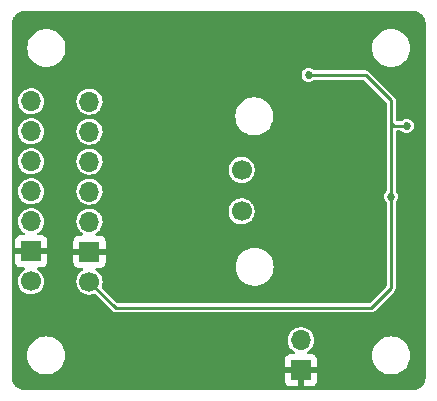
<source format=gbl>
G04 #@! TF.GenerationSoftware,KiCad,Pcbnew,(6.0.0-0)*
G04 #@! TF.CreationDate,2023-05-30T22:12:00-07:00*
G04 #@! TF.ProjectId,breakout,62726561-6b6f-4757-942e-6b696361645f,0.2.0*
G04 #@! TF.SameCoordinates,Original*
G04 #@! TF.FileFunction,Copper,L2,Bot*
G04 #@! TF.FilePolarity,Positive*
%FSLAX46Y46*%
G04 Gerber Fmt 4.6, Leading zero omitted, Abs format (unit mm)*
G04 Created by KiCad (PCBNEW (6.0.0-0)) date 2023-05-30 22:12:00*
%MOMM*%
%LPD*%
G01*
G04 APERTURE LIST*
G04 #@! TA.AperFunction,ComponentPad*
%ADD10C,1.700000*%
G04 #@! TD*
G04 #@! TA.AperFunction,ComponentPad*
%ADD11R,1.700000X1.700000*%
G04 #@! TD*
G04 #@! TA.AperFunction,ComponentPad*
%ADD12O,1.700000X1.700000*%
G04 #@! TD*
G04 #@! TA.AperFunction,ViaPad*
%ADD13C,0.685800*%
G04 #@! TD*
G04 #@! TA.AperFunction,Conductor*
%ADD14C,0.254000*%
G04 #@! TD*
G04 APERTURE END LIST*
D10*
X159425400Y-103041200D03*
X159425400Y-106541200D03*
D11*
X164440000Y-119995000D03*
D12*
X164440000Y-117455000D03*
D10*
X146545400Y-112491200D03*
D11*
X146545400Y-109951200D03*
D12*
X146545400Y-107411200D03*
X146545400Y-104871200D03*
X146545400Y-102331200D03*
X146545400Y-99791200D03*
X146545400Y-97251200D03*
D10*
X141605400Y-112471200D03*
D11*
X141605400Y-109931200D03*
D12*
X141605400Y-107391200D03*
X141605400Y-104851200D03*
X141605400Y-102311200D03*
X141605400Y-99771200D03*
X141605400Y-97231200D03*
D13*
X159400000Y-108600000D03*
X168500000Y-98300000D03*
X168275000Y-90805000D03*
X146685000Y-90805000D03*
X159400000Y-101200000D03*
X168275000Y-118745000D03*
X157480000Y-93980000D03*
X146685000Y-118745000D03*
X173400000Y-99300000D03*
X172100000Y-105300000D03*
X165100000Y-95000000D03*
D14*
X172300000Y-99300000D02*
X172085000Y-99085000D01*
X148754200Y-114700000D02*
X146545400Y-112491200D01*
X172085000Y-113030000D02*
X170415000Y-114700000D01*
X170415000Y-114700000D02*
X148754200Y-114700000D01*
X173400000Y-99300000D02*
X172300000Y-99300000D01*
X165100000Y-95000000D02*
X169930000Y-95000000D01*
X172085000Y-97155000D02*
X172085000Y-99085000D01*
X172085000Y-99085000D02*
X172085000Y-113030000D01*
X169930000Y-95000000D02*
X172085000Y-97155000D01*
G04 #@! TA.AperFunction,Conductor*
G36*
X173977153Y-89604595D02*
G01*
X173990000Y-89607150D01*
X174002172Y-89604729D01*
X174013699Y-89604729D01*
X174024681Y-89605208D01*
X174155449Y-89616649D01*
X174177070Y-89620461D01*
X174326848Y-89660594D01*
X174347484Y-89668105D01*
X174488010Y-89733634D01*
X174507030Y-89744616D01*
X174634046Y-89833553D01*
X174650871Y-89847671D01*
X174760503Y-89957303D01*
X174774621Y-89974128D01*
X174863558Y-90101144D01*
X174874540Y-90120164D01*
X174940069Y-90260690D01*
X174947580Y-90281326D01*
X174987713Y-90431104D01*
X174991526Y-90452728D01*
X175002966Y-90583494D01*
X175003445Y-90594475D01*
X175003445Y-90606002D01*
X175001024Y-90618174D01*
X175003445Y-90630344D01*
X175003579Y-90631018D01*
X175006000Y-90655599D01*
X175006000Y-120612574D01*
X175003579Y-120637152D01*
X175001024Y-120649999D01*
X175003445Y-120662171D01*
X175003445Y-120673698D01*
X175002966Y-120684679D01*
X174991526Y-120815445D01*
X174987713Y-120837069D01*
X174958163Y-120947352D01*
X174947581Y-120986845D01*
X174940069Y-121007483D01*
X174874540Y-121148009D01*
X174863558Y-121167029D01*
X174774621Y-121294045D01*
X174760503Y-121310870D01*
X174650871Y-121420502D01*
X174634046Y-121434620D01*
X174507030Y-121523557D01*
X174488010Y-121534539D01*
X174347484Y-121600068D01*
X174326848Y-121607579D01*
X174177070Y-121647712D01*
X174155449Y-121651524D01*
X174046878Y-121661023D01*
X174024680Y-121662965D01*
X174013699Y-121663444D01*
X174002172Y-121663444D01*
X173990000Y-121661023D01*
X173977153Y-121663578D01*
X173952575Y-121665999D01*
X156210383Y-121666000D01*
X141032825Y-121666000D01*
X141008247Y-121663579D01*
X140995400Y-121661024D01*
X140983228Y-121663445D01*
X140971701Y-121663445D01*
X140960720Y-121662966D01*
X140938522Y-121661024D01*
X140829951Y-121651525D01*
X140808330Y-121647713D01*
X140658552Y-121607580D01*
X140637916Y-121600069D01*
X140497390Y-121534540D01*
X140478370Y-121523558D01*
X140351354Y-121434621D01*
X140334529Y-121420503D01*
X140224897Y-121310871D01*
X140210779Y-121294046D01*
X140121842Y-121167030D01*
X140110860Y-121148010D01*
X140045331Y-121007484D01*
X140037819Y-120986846D01*
X140031324Y-120962606D01*
X140011781Y-120889669D01*
X163082001Y-120889669D01*
X163082371Y-120896490D01*
X163087895Y-120947352D01*
X163091521Y-120962604D01*
X163136676Y-121083054D01*
X163145214Y-121098649D01*
X163221715Y-121200724D01*
X163234276Y-121213285D01*
X163336351Y-121289786D01*
X163351946Y-121298324D01*
X163472394Y-121343478D01*
X163487649Y-121347105D01*
X163538514Y-121352631D01*
X163545328Y-121353000D01*
X164167885Y-121353000D01*
X164183124Y-121348525D01*
X164184329Y-121347135D01*
X164186000Y-121339452D01*
X164186000Y-121334884D01*
X164694000Y-121334884D01*
X164698475Y-121350123D01*
X164699865Y-121351328D01*
X164707548Y-121352999D01*
X165334669Y-121352999D01*
X165341490Y-121352629D01*
X165392352Y-121347105D01*
X165407604Y-121343479D01*
X165528054Y-121298324D01*
X165543649Y-121289786D01*
X165645724Y-121213285D01*
X165658285Y-121200724D01*
X165734786Y-121098649D01*
X165743324Y-121083054D01*
X165788478Y-120962606D01*
X165792105Y-120947351D01*
X165797631Y-120896486D01*
X165798000Y-120889672D01*
X165798000Y-120267115D01*
X165793525Y-120251876D01*
X165792135Y-120250671D01*
X165784452Y-120249000D01*
X164712115Y-120249000D01*
X164696876Y-120253475D01*
X164695671Y-120254865D01*
X164694000Y-120262548D01*
X164694000Y-121334884D01*
X164186000Y-121334884D01*
X164186000Y-120267115D01*
X164181525Y-120251876D01*
X164180135Y-120250671D01*
X164172452Y-120249000D01*
X163100116Y-120249000D01*
X163084877Y-120253475D01*
X163083672Y-120254865D01*
X163082001Y-120262548D01*
X163082001Y-120889669D01*
X140011781Y-120889669D01*
X139997687Y-120837070D01*
X139993874Y-120815446D01*
X139982434Y-120684680D01*
X139981955Y-120673699D01*
X139981955Y-120662172D01*
X139984376Y-120650000D01*
X139981821Y-120637153D01*
X139979400Y-120612575D01*
X139979400Y-118745000D01*
X141265539Y-118745000D01*
X141285354Y-118996775D01*
X141286508Y-119001582D01*
X141286509Y-119001588D01*
X141296367Y-119042648D01*
X141344312Y-119242351D01*
X141440960Y-119475680D01*
X141572919Y-119691017D01*
X141736939Y-119883061D01*
X141928983Y-120047081D01*
X142144320Y-120179040D01*
X142148890Y-120180933D01*
X142148894Y-120180935D01*
X142373076Y-120273794D01*
X142377649Y-120275688D01*
X142463865Y-120296387D01*
X142618412Y-120333491D01*
X142618418Y-120333492D01*
X142623225Y-120334646D01*
X142711253Y-120341574D01*
X142809507Y-120349307D01*
X142809516Y-120349307D01*
X142811964Y-120349500D01*
X142938036Y-120349500D01*
X142940484Y-120349307D01*
X142940493Y-120349307D01*
X143038747Y-120341574D01*
X143126775Y-120334646D01*
X143131582Y-120333492D01*
X143131588Y-120333491D01*
X143286135Y-120296387D01*
X143372351Y-120275688D01*
X143376924Y-120273794D01*
X143601106Y-120180935D01*
X143601110Y-120180933D01*
X143605680Y-120179040D01*
X143821017Y-120047081D01*
X144013061Y-119883061D01*
X144149863Y-119722885D01*
X163082000Y-119722885D01*
X163086475Y-119738124D01*
X163087865Y-119739329D01*
X163095548Y-119741000D01*
X165779884Y-119741000D01*
X165795123Y-119736525D01*
X165796328Y-119735135D01*
X165797999Y-119727452D01*
X165797999Y-119100331D01*
X165797629Y-119093510D01*
X165792105Y-119042648D01*
X165788479Y-119027396D01*
X165743324Y-118906946D01*
X165734786Y-118891351D01*
X165658285Y-118789276D01*
X165645724Y-118776715D01*
X165603407Y-118745000D01*
X170475539Y-118745000D01*
X170495354Y-118996775D01*
X170496508Y-119001582D01*
X170496509Y-119001588D01*
X170506367Y-119042648D01*
X170554312Y-119242351D01*
X170650960Y-119475680D01*
X170782919Y-119691017D01*
X170946939Y-119883061D01*
X171138983Y-120047081D01*
X171354320Y-120179040D01*
X171358890Y-120180933D01*
X171358894Y-120180935D01*
X171583076Y-120273794D01*
X171587649Y-120275688D01*
X171673865Y-120296387D01*
X171828412Y-120333491D01*
X171828418Y-120333492D01*
X171833225Y-120334646D01*
X171921253Y-120341574D01*
X172019507Y-120349307D01*
X172019516Y-120349307D01*
X172021964Y-120349500D01*
X172148036Y-120349500D01*
X172150484Y-120349307D01*
X172150493Y-120349307D01*
X172248747Y-120341574D01*
X172336775Y-120334646D01*
X172341582Y-120333492D01*
X172341588Y-120333491D01*
X172496135Y-120296387D01*
X172582351Y-120275688D01*
X172586924Y-120273794D01*
X172811106Y-120180935D01*
X172811110Y-120180933D01*
X172815680Y-120179040D01*
X173031017Y-120047081D01*
X173223061Y-119883061D01*
X173387081Y-119691017D01*
X173519040Y-119475680D01*
X173615688Y-119242351D01*
X173663633Y-119042648D01*
X173673491Y-119001588D01*
X173673492Y-119001582D01*
X173674646Y-118996775D01*
X173694461Y-118745000D01*
X173674646Y-118493225D01*
X173673492Y-118488418D01*
X173673491Y-118488412D01*
X173616843Y-118252461D01*
X173615688Y-118247649D01*
X173613775Y-118243031D01*
X173520935Y-118018894D01*
X173520933Y-118018890D01*
X173519040Y-118014320D01*
X173387081Y-117798983D01*
X173223061Y-117606939D01*
X173031017Y-117442919D01*
X172815680Y-117310960D01*
X172811110Y-117309067D01*
X172811106Y-117309065D01*
X172586924Y-117216206D01*
X172586922Y-117216205D01*
X172582351Y-117214312D01*
X172496135Y-117193613D01*
X172341588Y-117156509D01*
X172341582Y-117156508D01*
X172336775Y-117155354D01*
X172248747Y-117148426D01*
X172150493Y-117140693D01*
X172150484Y-117140693D01*
X172148036Y-117140500D01*
X172021964Y-117140500D01*
X172019516Y-117140693D01*
X172019507Y-117140693D01*
X171921253Y-117148426D01*
X171833225Y-117155354D01*
X171828418Y-117156508D01*
X171828412Y-117156509D01*
X171673865Y-117193613D01*
X171587649Y-117214312D01*
X171583078Y-117216205D01*
X171583076Y-117216206D01*
X171358894Y-117309065D01*
X171358890Y-117309067D01*
X171354320Y-117310960D01*
X171138983Y-117442919D01*
X170946939Y-117606939D01*
X170782919Y-117798983D01*
X170650960Y-118014320D01*
X170649067Y-118018890D01*
X170649065Y-118018894D01*
X170556225Y-118243031D01*
X170554312Y-118247649D01*
X170553157Y-118252461D01*
X170496509Y-118488412D01*
X170496508Y-118488418D01*
X170495354Y-118493225D01*
X170475539Y-118745000D01*
X165603407Y-118745000D01*
X165543649Y-118700214D01*
X165528054Y-118691676D01*
X165407606Y-118646522D01*
X165392351Y-118642895D01*
X165341486Y-118637369D01*
X165334672Y-118637000D01*
X165072846Y-118637000D01*
X165004725Y-118616998D01*
X164958232Y-118563342D01*
X164948128Y-118493068D01*
X164977622Y-118428488D01*
X165011275Y-118401069D01*
X165068276Y-118369147D01*
X165130934Y-118317035D01*
X165219913Y-118243031D01*
X165224345Y-118239345D01*
X165354147Y-118083276D01*
X165453334Y-117906165D01*
X165455190Y-117900698D01*
X165455192Y-117900693D01*
X165516728Y-117719414D01*
X165516729Y-117719409D01*
X165518584Y-117713945D01*
X165519412Y-117708236D01*
X165519413Y-117708231D01*
X165547179Y-117516727D01*
X165547712Y-117513053D01*
X165549232Y-117455000D01*
X165530658Y-117252859D01*
X165529090Y-117247299D01*
X165477125Y-117063046D01*
X165477124Y-117063044D01*
X165475557Y-117057487D01*
X165464978Y-117036033D01*
X165388331Y-116880609D01*
X165385776Y-116875428D01*
X165264320Y-116712779D01*
X165115258Y-116574987D01*
X165110375Y-116571906D01*
X165110371Y-116571903D01*
X164948464Y-116469748D01*
X164943581Y-116466667D01*
X164755039Y-116391446D01*
X164749379Y-116390320D01*
X164749375Y-116390319D01*
X164561613Y-116352971D01*
X164561610Y-116352971D01*
X164555946Y-116351844D01*
X164550171Y-116351768D01*
X164550167Y-116351768D01*
X164448793Y-116350441D01*
X164352971Y-116349187D01*
X164347274Y-116350166D01*
X164347273Y-116350166D01*
X164158607Y-116382585D01*
X164152910Y-116383564D01*
X163962463Y-116453824D01*
X163788010Y-116557612D01*
X163783670Y-116561418D01*
X163783666Y-116561421D01*
X163763723Y-116578911D01*
X163635392Y-116691455D01*
X163509720Y-116850869D01*
X163507031Y-116855980D01*
X163507029Y-116855983D01*
X163494073Y-116880609D01*
X163415203Y-117030515D01*
X163355007Y-117224378D01*
X163331148Y-117425964D01*
X163344424Y-117628522D01*
X163345845Y-117634118D01*
X163345846Y-117634123D01*
X163366119Y-117713945D01*
X163394392Y-117825269D01*
X163396809Y-117830512D01*
X163434010Y-117911208D01*
X163479377Y-118009616D01*
X163596533Y-118175389D01*
X163741938Y-118317035D01*
X163746742Y-118320245D01*
X163875436Y-118406236D01*
X163920964Y-118460713D01*
X163929812Y-118531156D01*
X163899170Y-118595200D01*
X163838768Y-118632512D01*
X163805434Y-118637001D01*
X163545331Y-118637001D01*
X163538510Y-118637371D01*
X163487648Y-118642895D01*
X163472396Y-118646521D01*
X163351946Y-118691676D01*
X163336351Y-118700214D01*
X163234276Y-118776715D01*
X163221715Y-118789276D01*
X163145214Y-118891351D01*
X163136676Y-118906946D01*
X163091522Y-119027394D01*
X163087895Y-119042649D01*
X163082369Y-119093514D01*
X163082000Y-119100328D01*
X163082000Y-119722885D01*
X144149863Y-119722885D01*
X144177081Y-119691017D01*
X144309040Y-119475680D01*
X144405688Y-119242351D01*
X144453633Y-119042648D01*
X144463491Y-119001588D01*
X144463492Y-119001582D01*
X144464646Y-118996775D01*
X144484461Y-118745000D01*
X144464646Y-118493225D01*
X144463492Y-118488418D01*
X144463491Y-118488412D01*
X144406843Y-118252461D01*
X144405688Y-118247649D01*
X144403775Y-118243031D01*
X144310935Y-118018894D01*
X144310933Y-118018890D01*
X144309040Y-118014320D01*
X144177081Y-117798983D01*
X144013061Y-117606939D01*
X143821017Y-117442919D01*
X143605680Y-117310960D01*
X143601110Y-117309067D01*
X143601106Y-117309065D01*
X143376924Y-117216206D01*
X143376922Y-117216205D01*
X143372351Y-117214312D01*
X143286135Y-117193613D01*
X143131588Y-117156509D01*
X143131582Y-117156508D01*
X143126775Y-117155354D01*
X143038747Y-117148426D01*
X142940493Y-117140693D01*
X142940484Y-117140693D01*
X142938036Y-117140500D01*
X142811964Y-117140500D01*
X142809516Y-117140693D01*
X142809507Y-117140693D01*
X142711253Y-117148426D01*
X142623225Y-117155354D01*
X142618418Y-117156508D01*
X142618412Y-117156509D01*
X142463865Y-117193613D01*
X142377649Y-117214312D01*
X142373078Y-117216205D01*
X142373076Y-117216206D01*
X142148894Y-117309065D01*
X142148890Y-117309067D01*
X142144320Y-117310960D01*
X141928983Y-117442919D01*
X141736939Y-117606939D01*
X141572919Y-117798983D01*
X141440960Y-118014320D01*
X141439067Y-118018890D01*
X141439065Y-118018894D01*
X141346225Y-118243031D01*
X141344312Y-118247649D01*
X141343157Y-118252461D01*
X141286509Y-118488412D01*
X141286508Y-118488418D01*
X141285354Y-118493225D01*
X141265539Y-118745000D01*
X139979400Y-118745000D01*
X139979400Y-110825869D01*
X140247401Y-110825869D01*
X140247771Y-110832690D01*
X140253295Y-110883552D01*
X140256921Y-110898804D01*
X140302076Y-111019254D01*
X140310614Y-111034849D01*
X140387115Y-111136924D01*
X140399676Y-111149485D01*
X140501751Y-111225986D01*
X140517346Y-111234524D01*
X140637794Y-111279678D01*
X140653049Y-111283305D01*
X140703914Y-111288831D01*
X140710728Y-111289200D01*
X140973580Y-111289200D01*
X141041701Y-111309202D01*
X141088194Y-111362858D01*
X141098298Y-111433132D01*
X141068804Y-111497712D01*
X141038005Y-111523484D01*
X140953410Y-111573812D01*
X140949070Y-111577618D01*
X140949066Y-111577621D01*
X140805133Y-111703848D01*
X140800792Y-111707655D01*
X140675120Y-111867069D01*
X140672431Y-111872180D01*
X140672429Y-111872183D01*
X140651676Y-111911628D01*
X140580603Y-112046715D01*
X140520407Y-112240578D01*
X140496548Y-112442164D01*
X140509824Y-112644722D01*
X140511245Y-112650318D01*
X140511246Y-112650323D01*
X140531519Y-112730145D01*
X140559792Y-112841469D01*
X140562209Y-112846712D01*
X140599410Y-112927408D01*
X140644777Y-113025816D01*
X140648110Y-113030532D01*
X140686940Y-113085475D01*
X140761933Y-113191589D01*
X140766075Y-113195624D01*
X140782464Y-113211589D01*
X140907338Y-113333235D01*
X141076120Y-113446012D01*
X141081423Y-113448290D01*
X141081426Y-113448292D01*
X141257321Y-113523862D01*
X141262628Y-113526142D01*
X141335644Y-113542664D01*
X141454979Y-113569667D01*
X141454984Y-113569668D01*
X141460616Y-113570942D01*
X141466387Y-113571169D01*
X141466389Y-113571169D01*
X141526156Y-113573517D01*
X141663453Y-113578912D01*
X141763899Y-113564348D01*
X141858631Y-113550613D01*
X141858636Y-113550612D01*
X141864345Y-113549784D01*
X141869809Y-113547929D01*
X141869814Y-113547928D01*
X142051093Y-113486392D01*
X142051098Y-113486390D01*
X142056565Y-113484534D01*
X142089639Y-113466012D01*
X142131083Y-113442802D01*
X142233676Y-113385347D01*
X142272287Y-113353235D01*
X142385313Y-113259231D01*
X142389745Y-113255545D01*
X142426303Y-113211589D01*
X142515853Y-113103918D01*
X142515855Y-113103915D01*
X142519547Y-113099476D01*
X142601934Y-112952364D01*
X142615910Y-112927408D01*
X142615911Y-112927406D01*
X142618734Y-112922365D01*
X142620590Y-112916898D01*
X142620592Y-112916893D01*
X142682128Y-112735614D01*
X142682129Y-112735609D01*
X142683984Y-112730145D01*
X142684812Y-112724436D01*
X142684813Y-112724431D01*
X142712579Y-112532927D01*
X142713112Y-112529253D01*
X142714632Y-112471200D01*
X142703197Y-112346751D01*
X142696587Y-112274813D01*
X142696586Y-112274810D01*
X142696058Y-112269059D01*
X142692110Y-112255061D01*
X142642525Y-112079246D01*
X142642524Y-112079244D01*
X142640957Y-112073687D01*
X142630378Y-112052233D01*
X142553731Y-111896809D01*
X142551176Y-111891628D01*
X142429720Y-111728979D01*
X142280658Y-111591187D01*
X142170624Y-111521761D01*
X142123686Y-111468494D01*
X142112997Y-111398307D01*
X142141952Y-111333482D01*
X142201356Y-111294603D01*
X142237860Y-111289199D01*
X142500069Y-111289199D01*
X142506890Y-111288829D01*
X142557752Y-111283305D01*
X142573004Y-111279679D01*
X142693454Y-111234524D01*
X142709049Y-111225986D01*
X142811124Y-111149485D01*
X142823685Y-111136924D01*
X142900186Y-111034849D01*
X142908724Y-111019254D01*
X142953878Y-110898806D01*
X142957505Y-110883551D01*
X142961599Y-110845869D01*
X145187401Y-110845869D01*
X145187771Y-110852690D01*
X145193295Y-110903552D01*
X145196921Y-110918804D01*
X145242076Y-111039254D01*
X145250614Y-111054849D01*
X145327115Y-111156924D01*
X145339676Y-111169485D01*
X145441751Y-111245986D01*
X145457346Y-111254524D01*
X145577794Y-111299678D01*
X145593049Y-111303305D01*
X145643914Y-111308831D01*
X145650728Y-111309200D01*
X145913580Y-111309200D01*
X145981701Y-111329202D01*
X146028194Y-111382858D01*
X146038298Y-111453132D01*
X146008804Y-111517712D01*
X145978005Y-111543484D01*
X145893410Y-111593812D01*
X145889070Y-111597618D01*
X145889066Y-111597621D01*
X145758425Y-111712191D01*
X145740792Y-111727655D01*
X145615120Y-111887069D01*
X145612431Y-111892180D01*
X145612429Y-111892183D01*
X145599473Y-111916809D01*
X145520603Y-112066715D01*
X145460407Y-112260578D01*
X145436548Y-112462164D01*
X145449824Y-112664722D01*
X145451245Y-112670318D01*
X145451246Y-112670323D01*
X145471519Y-112750145D01*
X145499792Y-112861469D01*
X145502209Y-112866712D01*
X145541695Y-112952364D01*
X145584777Y-113045816D01*
X145605104Y-113074578D01*
X145695946Y-113203117D01*
X145701933Y-113211589D01*
X145706075Y-113215624D01*
X145781935Y-113289523D01*
X145847338Y-113353235D01*
X146016120Y-113466012D01*
X146021423Y-113468290D01*
X146021426Y-113468292D01*
X146159044Y-113527417D01*
X146202628Y-113546142D01*
X146275644Y-113562664D01*
X146394979Y-113589667D01*
X146394984Y-113589668D01*
X146400616Y-113590942D01*
X146406387Y-113591169D01*
X146406389Y-113591169D01*
X146466156Y-113593517D01*
X146603453Y-113598912D01*
X146703899Y-113584348D01*
X146798631Y-113570613D01*
X146798636Y-113570612D01*
X146804345Y-113569784D01*
X146809809Y-113567929D01*
X146809814Y-113567928D01*
X146939280Y-113523980D01*
X147010215Y-113521024D01*
X147068876Y-113554198D01*
X148446156Y-114931479D01*
X148461515Y-114950495D01*
X148462481Y-114951556D01*
X148468129Y-114960304D01*
X148476306Y-114966750D01*
X148494672Y-114981229D01*
X148499147Y-114985206D01*
X148499208Y-114985135D01*
X148503165Y-114988488D01*
X148506848Y-114992171D01*
X148511083Y-114995197D01*
X148511085Y-114995199D01*
X148522636Y-115003453D01*
X148527382Y-115007016D01*
X148567870Y-115038934D01*
X148576557Y-115041985D01*
X148584043Y-115047334D01*
X148594019Y-115050317D01*
X148594020Y-115050318D01*
X148625402Y-115059703D01*
X148629663Y-115060977D01*
X148633411Y-115062098D01*
X148639043Y-115063928D01*
X148687702Y-115081016D01*
X148693291Y-115081500D01*
X148696002Y-115081500D01*
X148698669Y-115081615D01*
X148698732Y-115081634D01*
X148698725Y-115081808D01*
X148699471Y-115081855D01*
X148705724Y-115083725D01*
X148755583Y-115081766D01*
X148759878Y-115081597D01*
X148764825Y-115081500D01*
X170360865Y-115081500D01*
X170385164Y-115084086D01*
X170386602Y-115084154D01*
X170396780Y-115086345D01*
X170430341Y-115082373D01*
X170436320Y-115082021D01*
X170436312Y-115081928D01*
X170441490Y-115081500D01*
X170446692Y-115081500D01*
X170465846Y-115078312D01*
X170471704Y-115077478D01*
X170488318Y-115075512D01*
X170512567Y-115072642D01*
X170512568Y-115072642D01*
X170522907Y-115071418D01*
X170531206Y-115067433D01*
X170540283Y-115065922D01*
X170585651Y-115041442D01*
X170590914Y-115038761D01*
X170630250Y-115019873D01*
X170630254Y-115019870D01*
X170637398Y-115016440D01*
X170641692Y-115012830D01*
X170643624Y-115010898D01*
X170645573Y-115009111D01*
X170645626Y-115009082D01*
X170645745Y-115009212D01*
X170646313Y-115008711D01*
X170652057Y-115005612D01*
X170688868Y-114965790D01*
X170692297Y-114962225D01*
X172316476Y-113338046D01*
X172335499Y-113322682D01*
X172336558Y-113321718D01*
X172345304Y-113316071D01*
X172351752Y-113307892D01*
X172351754Y-113307890D01*
X172366234Y-113289523D01*
X172370209Y-113285050D01*
X172370137Y-113284989D01*
X172373490Y-113281032D01*
X172377171Y-113277351D01*
X172388455Y-113261560D01*
X172392019Y-113256814D01*
X172417487Y-113224508D01*
X172423934Y-113216330D01*
X172426984Y-113207645D01*
X172432335Y-113200157D01*
X172447110Y-113150750D01*
X172448926Y-113145163D01*
X172466016Y-113096498D01*
X172466500Y-113090909D01*
X172466500Y-113088198D01*
X172466615Y-113085529D01*
X172466634Y-113085468D01*
X172466808Y-113085475D01*
X172466855Y-113084728D01*
X172468725Y-113078475D01*
X172466597Y-113024311D01*
X172466500Y-113019365D01*
X172466500Y-105833917D01*
X172486502Y-105765796D01*
X172515796Y-105733955D01*
X172526071Y-105726071D01*
X172535921Y-105713235D01*
X172616801Y-105607828D01*
X172621828Y-105601277D01*
X172682023Y-105455953D01*
X172702555Y-105300000D01*
X172682023Y-105144047D01*
X172621828Y-104998723D01*
X172526071Y-104873929D01*
X172515797Y-104866046D01*
X172473930Y-104808711D01*
X172466500Y-104766083D01*
X172466500Y-99807500D01*
X172486502Y-99739379D01*
X172540158Y-99692886D01*
X172592500Y-99681500D01*
X172878692Y-99681500D01*
X172946813Y-99701502D01*
X172967790Y-99718407D01*
X172968900Y-99719517D01*
X172973929Y-99726071D01*
X173098722Y-99821828D01*
X173244047Y-99882023D01*
X173400000Y-99902555D01*
X173555953Y-99882023D01*
X173701278Y-99821828D01*
X173826071Y-99726071D01*
X173921828Y-99601277D01*
X173982023Y-99455953D01*
X174002555Y-99300000D01*
X173982023Y-99144047D01*
X173921828Y-98998723D01*
X173826071Y-98873929D01*
X173701278Y-98778172D01*
X173555953Y-98717977D01*
X173400000Y-98697445D01*
X173244047Y-98717977D01*
X173098723Y-98778172D01*
X172973929Y-98873929D01*
X172968900Y-98880483D01*
X172967790Y-98881593D01*
X172905479Y-98915620D01*
X172878692Y-98918500D01*
X172592500Y-98918500D01*
X172524379Y-98898498D01*
X172477886Y-98844842D01*
X172466500Y-98792500D01*
X172466500Y-97209135D01*
X172469086Y-97184836D01*
X172469154Y-97183398D01*
X172471345Y-97173220D01*
X172467373Y-97139658D01*
X172467021Y-97133680D01*
X172466928Y-97133688D01*
X172466500Y-97128510D01*
X172466500Y-97123308D01*
X172463312Y-97104154D01*
X172462477Y-97098289D01*
X172457642Y-97057433D01*
X172457642Y-97057432D01*
X172456418Y-97047093D01*
X172452433Y-97038794D01*
X172450922Y-97029717D01*
X172426442Y-96984349D01*
X172423761Y-96979086D01*
X172404873Y-96939750D01*
X172404870Y-96939746D01*
X172401440Y-96932602D01*
X172397830Y-96928308D01*
X172395898Y-96926376D01*
X172394111Y-96924427D01*
X172394082Y-96924374D01*
X172394212Y-96924255D01*
X172393711Y-96923687D01*
X172390612Y-96917943D01*
X172350791Y-96881133D01*
X172347226Y-96877704D01*
X170238044Y-94768521D01*
X170222685Y-94749505D01*
X170221719Y-94748444D01*
X170216071Y-94739696D01*
X170189528Y-94718771D01*
X170185053Y-94714794D01*
X170184992Y-94714865D01*
X170181035Y-94711512D01*
X170177352Y-94707829D01*
X170161561Y-94696545D01*
X170156815Y-94692982D01*
X170124507Y-94667512D01*
X170124506Y-94667511D01*
X170116330Y-94661066D01*
X170107643Y-94658015D01*
X170100157Y-94652666D01*
X170090181Y-94649683D01*
X170090180Y-94649682D01*
X170050789Y-94637902D01*
X170045157Y-94636072D01*
X169996498Y-94618984D01*
X169990909Y-94618500D01*
X169988198Y-94618500D01*
X169985531Y-94618385D01*
X169985468Y-94618366D01*
X169985475Y-94618192D01*
X169984729Y-94618145D01*
X169978476Y-94616275D01*
X169929692Y-94618192D01*
X169924322Y-94618403D01*
X169919375Y-94618500D01*
X165621308Y-94618500D01*
X165553187Y-94598498D01*
X165532210Y-94581593D01*
X165531100Y-94580483D01*
X165526071Y-94573929D01*
X165401278Y-94478172D01*
X165255953Y-94417977D01*
X165100000Y-94397445D01*
X164944047Y-94417977D01*
X164798723Y-94478172D01*
X164673929Y-94573929D01*
X164578172Y-94698723D01*
X164517977Y-94844047D01*
X164497445Y-95000000D01*
X164517977Y-95155953D01*
X164578172Y-95301277D01*
X164673929Y-95426071D01*
X164798722Y-95521828D01*
X164944047Y-95582023D01*
X165100000Y-95602555D01*
X165255953Y-95582023D01*
X165401278Y-95521828D01*
X165526071Y-95426071D01*
X165531100Y-95419517D01*
X165532210Y-95418407D01*
X165594521Y-95384380D01*
X165621308Y-95381500D01*
X169719788Y-95381500D01*
X169787909Y-95401502D01*
X169808883Y-95418405D01*
X171666595Y-97276118D01*
X171700621Y-97338430D01*
X171703500Y-97365213D01*
X171703500Y-99030865D01*
X171700914Y-99055164D01*
X171700846Y-99056602D01*
X171698655Y-99066780D01*
X171699879Y-99077120D01*
X171702627Y-99100342D01*
X171703500Y-99115151D01*
X171703500Y-104793691D01*
X171683498Y-104861812D01*
X171673808Y-104873836D01*
X171673929Y-104873929D01*
X171578172Y-104998723D01*
X171517977Y-105144047D01*
X171497445Y-105300000D01*
X171517977Y-105455953D01*
X171578172Y-105601277D01*
X171583199Y-105607828D01*
X171673929Y-105726071D01*
X171672169Y-105727422D01*
X171700621Y-105779526D01*
X171703500Y-105806309D01*
X171703500Y-112819787D01*
X171683498Y-112887908D01*
X171666595Y-112908882D01*
X170293882Y-114281595D01*
X170231570Y-114315621D01*
X170204787Y-114318500D01*
X148964412Y-114318500D01*
X148896291Y-114298498D01*
X148875317Y-114281595D01*
X147608398Y-113014676D01*
X147574372Y-112952364D01*
X147578180Y-112885080D01*
X147622128Y-112755614D01*
X147622129Y-112755609D01*
X147623984Y-112750145D01*
X147624812Y-112744436D01*
X147624813Y-112744431D01*
X147652579Y-112552927D01*
X147653112Y-112549253D01*
X147654632Y-112491200D01*
X147636058Y-112289059D01*
X147630417Y-112269059D01*
X147582525Y-112099246D01*
X147582524Y-112099244D01*
X147580957Y-112093687D01*
X147571095Y-112073687D01*
X147493731Y-111916809D01*
X147491176Y-111911628D01*
X147369720Y-111748979D01*
X147220658Y-111611187D01*
X147110624Y-111541761D01*
X147063686Y-111488494D01*
X147052997Y-111418307D01*
X147081952Y-111353482D01*
X147141356Y-111314603D01*
X147177860Y-111309199D01*
X147440069Y-111309199D01*
X147446890Y-111308829D01*
X147497752Y-111303305D01*
X147513004Y-111299679D01*
X147633454Y-111254524D01*
X147649049Y-111245986D01*
X147674916Y-111226600D01*
X158918539Y-111226600D01*
X158938354Y-111478375D01*
X158939508Y-111483182D01*
X158939509Y-111483188D01*
X158971182Y-111615111D01*
X158997312Y-111723951D01*
X158999205Y-111728522D01*
X158999206Y-111728524D01*
X159073134Y-111907001D01*
X159093960Y-111957280D01*
X159225919Y-112172617D01*
X159389939Y-112364661D01*
X159581983Y-112528681D01*
X159797320Y-112660640D01*
X159801890Y-112662533D01*
X159801894Y-112662535D01*
X159978323Y-112735614D01*
X160030649Y-112757288D01*
X160116865Y-112777987D01*
X160271412Y-112815091D01*
X160271418Y-112815092D01*
X160276225Y-112816246D01*
X160364253Y-112823174D01*
X160462507Y-112830907D01*
X160462516Y-112830907D01*
X160464964Y-112831100D01*
X160591036Y-112831100D01*
X160593484Y-112830907D01*
X160593493Y-112830907D01*
X160691747Y-112823174D01*
X160779775Y-112816246D01*
X160784582Y-112815092D01*
X160784588Y-112815091D01*
X160939135Y-112777987D01*
X161025351Y-112757288D01*
X161077677Y-112735614D01*
X161254106Y-112662535D01*
X161254110Y-112662533D01*
X161258680Y-112660640D01*
X161474017Y-112528681D01*
X161666061Y-112364661D01*
X161830081Y-112172617D01*
X161962040Y-111957280D01*
X161982867Y-111907001D01*
X162056794Y-111728524D01*
X162056795Y-111728522D01*
X162058688Y-111723951D01*
X162084818Y-111615111D01*
X162116491Y-111483188D01*
X162116492Y-111483182D01*
X162117646Y-111478375D01*
X162137461Y-111226600D01*
X162117646Y-110974825D01*
X162116492Y-110970018D01*
X162116491Y-110970012D01*
X162059843Y-110734061D01*
X162058688Y-110729249D01*
X161962040Y-110495920D01*
X161830081Y-110280583D01*
X161666061Y-110088539D01*
X161474017Y-109924519D01*
X161258680Y-109792560D01*
X161254110Y-109790667D01*
X161254106Y-109790665D01*
X161029924Y-109697806D01*
X161029922Y-109697805D01*
X161025351Y-109695912D01*
X160922981Y-109671335D01*
X160784588Y-109638109D01*
X160784582Y-109638108D01*
X160779775Y-109636954D01*
X160691747Y-109630026D01*
X160593493Y-109622293D01*
X160593484Y-109622293D01*
X160591036Y-109622100D01*
X160464964Y-109622100D01*
X160462516Y-109622293D01*
X160462507Y-109622293D01*
X160364253Y-109630026D01*
X160276225Y-109636954D01*
X160271418Y-109638108D01*
X160271412Y-109638109D01*
X160133019Y-109671335D01*
X160030649Y-109695912D01*
X160026078Y-109697805D01*
X160026076Y-109697806D01*
X159801894Y-109790665D01*
X159801890Y-109790667D01*
X159797320Y-109792560D01*
X159581983Y-109924519D01*
X159389939Y-110088539D01*
X159225919Y-110280583D01*
X159093960Y-110495920D01*
X158997312Y-110729249D01*
X158996157Y-110734061D01*
X158939509Y-110970012D01*
X158939508Y-110970018D01*
X158938354Y-110974825D01*
X158918539Y-111226600D01*
X147674916Y-111226600D01*
X147751124Y-111169485D01*
X147763685Y-111156924D01*
X147840186Y-111054849D01*
X147848724Y-111039254D01*
X147893878Y-110918806D01*
X147897505Y-110903551D01*
X147903031Y-110852686D01*
X147903400Y-110845872D01*
X147903400Y-110223315D01*
X147898925Y-110208076D01*
X147897535Y-110206871D01*
X147889852Y-110205200D01*
X145205516Y-110205200D01*
X145190277Y-110209675D01*
X145189072Y-110211065D01*
X145187401Y-110218748D01*
X145187401Y-110845869D01*
X142961599Y-110845869D01*
X142963031Y-110832686D01*
X142963400Y-110825872D01*
X142963400Y-110203315D01*
X142958925Y-110188076D01*
X142957535Y-110186871D01*
X142949852Y-110185200D01*
X140265516Y-110185200D01*
X140250277Y-110189675D01*
X140249072Y-110191065D01*
X140247401Y-110198748D01*
X140247401Y-110825869D01*
X139979400Y-110825869D01*
X139979400Y-109679085D01*
X145187400Y-109679085D01*
X145191875Y-109694324D01*
X145193265Y-109695529D01*
X145200948Y-109697200D01*
X147885284Y-109697200D01*
X147900523Y-109692725D01*
X147901728Y-109691335D01*
X147903399Y-109683652D01*
X147903399Y-109056531D01*
X147903029Y-109049710D01*
X147897505Y-108998848D01*
X147893879Y-108983596D01*
X147848724Y-108863146D01*
X147840186Y-108847551D01*
X147763685Y-108745476D01*
X147751124Y-108732915D01*
X147649049Y-108656414D01*
X147633454Y-108647876D01*
X147513006Y-108602722D01*
X147497751Y-108599095D01*
X147446886Y-108593569D01*
X147440072Y-108593200D01*
X147178246Y-108593200D01*
X147110125Y-108573198D01*
X147063632Y-108519542D01*
X147053528Y-108449268D01*
X147083022Y-108384688D01*
X147116675Y-108357269D01*
X147173676Y-108325347D01*
X147197724Y-108305347D01*
X147325313Y-108199231D01*
X147329745Y-108195545D01*
X147399571Y-108111589D01*
X147455853Y-108043918D01*
X147455855Y-108043915D01*
X147459547Y-108039476D01*
X147558734Y-107862365D01*
X147560590Y-107856898D01*
X147560592Y-107856893D01*
X147622128Y-107675614D01*
X147622129Y-107675609D01*
X147623984Y-107670145D01*
X147624812Y-107664436D01*
X147624813Y-107664431D01*
X147652579Y-107472927D01*
X147653112Y-107469253D01*
X147654632Y-107411200D01*
X147636058Y-107209059D01*
X147630417Y-107189059D01*
X147582525Y-107019246D01*
X147582524Y-107019244D01*
X147580957Y-107013687D01*
X147572930Y-106997408D01*
X147493731Y-106836809D01*
X147491176Y-106831628D01*
X147467667Y-106800145D01*
X147403878Y-106714722D01*
X147369720Y-106668979D01*
X147220658Y-106531187D01*
X147215775Y-106528106D01*
X147215771Y-106528103D01*
X147190509Y-106512164D01*
X158316548Y-106512164D01*
X158329824Y-106714722D01*
X158331245Y-106720318D01*
X158331246Y-106720323D01*
X158378371Y-106905874D01*
X158379792Y-106911469D01*
X158382209Y-106916712D01*
X158417695Y-106993687D01*
X158464777Y-107095816D01*
X158581933Y-107261589D01*
X158727338Y-107403235D01*
X158732142Y-107406445D01*
X158799800Y-107451653D01*
X158896120Y-107516012D01*
X158901423Y-107518290D01*
X158901426Y-107518292D01*
X159042624Y-107578955D01*
X159082628Y-107596142D01*
X159155644Y-107612664D01*
X159274979Y-107639667D01*
X159274984Y-107639668D01*
X159280616Y-107640942D01*
X159286387Y-107641169D01*
X159286389Y-107641169D01*
X159346156Y-107643517D01*
X159483453Y-107648912D01*
X159583899Y-107634348D01*
X159678631Y-107620613D01*
X159678636Y-107620612D01*
X159684345Y-107619784D01*
X159689809Y-107617929D01*
X159689814Y-107617928D01*
X159871093Y-107556392D01*
X159871098Y-107556390D01*
X159876565Y-107554534D01*
X160053676Y-107455347D01*
X160061004Y-107449253D01*
X160205313Y-107329231D01*
X160209745Y-107325545D01*
X160266863Y-107256869D01*
X160335853Y-107173918D01*
X160335855Y-107173915D01*
X160339547Y-107169476D01*
X160429694Y-107008507D01*
X160435910Y-106997408D01*
X160435911Y-106997406D01*
X160438734Y-106992365D01*
X160440590Y-106986898D01*
X160440592Y-106986893D01*
X160502128Y-106805614D01*
X160502129Y-106805609D01*
X160503984Y-106800145D01*
X160504812Y-106794436D01*
X160504813Y-106794431D01*
X160532579Y-106602927D01*
X160533112Y-106599253D01*
X160534632Y-106541200D01*
X160521921Y-106402867D01*
X160516587Y-106344813D01*
X160516586Y-106344810D01*
X160516058Y-106339059D01*
X160510340Y-106318785D01*
X160462525Y-106149246D01*
X160462524Y-106149244D01*
X160460957Y-106143687D01*
X160450378Y-106122233D01*
X160373731Y-105966809D01*
X160371176Y-105961628D01*
X160363197Y-105950942D01*
X160328040Y-105903862D01*
X160249720Y-105798979D01*
X160100658Y-105661187D01*
X160095775Y-105658106D01*
X160095771Y-105658103D01*
X159933864Y-105555948D01*
X159928981Y-105552867D01*
X159740439Y-105477646D01*
X159734779Y-105476520D01*
X159734775Y-105476519D01*
X159547013Y-105439171D01*
X159547010Y-105439171D01*
X159541346Y-105438044D01*
X159535571Y-105437968D01*
X159535567Y-105437968D01*
X159434193Y-105436641D01*
X159338371Y-105435387D01*
X159332674Y-105436366D01*
X159332673Y-105436366D01*
X159174275Y-105463584D01*
X159138310Y-105469764D01*
X158947863Y-105540024D01*
X158773410Y-105643812D01*
X158769070Y-105647618D01*
X158769066Y-105647621D01*
X158631605Y-105768172D01*
X158620792Y-105777655D01*
X158495120Y-105937069D01*
X158492431Y-105942180D01*
X158492429Y-105942183D01*
X158473105Y-105978912D01*
X158400603Y-106116715D01*
X158340407Y-106310578D01*
X158316548Y-106512164D01*
X147190509Y-106512164D01*
X147053864Y-106425948D01*
X147048981Y-106422867D01*
X146860439Y-106347646D01*
X146854779Y-106346520D01*
X146854775Y-106346519D01*
X146667013Y-106309171D01*
X146667010Y-106309171D01*
X146661346Y-106308044D01*
X146655571Y-106307968D01*
X146655567Y-106307968D01*
X146554193Y-106306641D01*
X146458371Y-106305387D01*
X146452674Y-106306366D01*
X146452673Y-106306366D01*
X146264007Y-106338785D01*
X146258310Y-106339764D01*
X146067863Y-106410024D01*
X145893410Y-106513812D01*
X145889070Y-106517618D01*
X145889066Y-106517621D01*
X145758425Y-106632191D01*
X145740792Y-106647655D01*
X145615120Y-106807069D01*
X145612431Y-106812180D01*
X145612429Y-106812183D01*
X145599473Y-106836809D01*
X145520603Y-106986715D01*
X145460407Y-107180578D01*
X145436548Y-107382164D01*
X145449824Y-107584722D01*
X145451245Y-107590318D01*
X145451246Y-107590323D01*
X145471519Y-107670145D01*
X145499792Y-107781469D01*
X145502209Y-107786712D01*
X145539410Y-107867408D01*
X145584777Y-107965816D01*
X145701933Y-108131589D01*
X145706075Y-108135624D01*
X145750839Y-108179231D01*
X145847338Y-108273235D01*
X145852142Y-108276445D01*
X145980836Y-108362436D01*
X146026364Y-108416913D01*
X146035212Y-108487356D01*
X146004570Y-108551400D01*
X145944168Y-108588712D01*
X145910834Y-108593201D01*
X145650731Y-108593201D01*
X145643910Y-108593571D01*
X145593048Y-108599095D01*
X145577796Y-108602721D01*
X145457346Y-108647876D01*
X145441751Y-108656414D01*
X145339676Y-108732915D01*
X145327115Y-108745476D01*
X145250614Y-108847551D01*
X145242076Y-108863146D01*
X145196922Y-108983594D01*
X145193295Y-108998849D01*
X145187769Y-109049714D01*
X145187400Y-109056528D01*
X145187400Y-109679085D01*
X139979400Y-109679085D01*
X139979400Y-109659085D01*
X140247400Y-109659085D01*
X140251875Y-109674324D01*
X140253265Y-109675529D01*
X140260948Y-109677200D01*
X142945284Y-109677200D01*
X142960523Y-109672725D01*
X142961728Y-109671335D01*
X142963399Y-109663652D01*
X142963399Y-109036531D01*
X142963029Y-109029710D01*
X142957505Y-108978848D01*
X142953879Y-108963596D01*
X142908724Y-108843146D01*
X142900186Y-108827551D01*
X142823685Y-108725476D01*
X142811124Y-108712915D01*
X142709049Y-108636414D01*
X142693454Y-108627876D01*
X142573006Y-108582722D01*
X142557751Y-108579095D01*
X142506886Y-108573569D01*
X142500072Y-108573200D01*
X142238246Y-108573200D01*
X142170125Y-108553198D01*
X142123632Y-108499542D01*
X142113528Y-108429268D01*
X142143022Y-108364688D01*
X142176675Y-108337269D01*
X142233676Y-108305347D01*
X142272287Y-108273235D01*
X142385313Y-108179231D01*
X142389745Y-108175545D01*
X142519547Y-108019476D01*
X142604709Y-107867408D01*
X142615910Y-107847408D01*
X142615911Y-107847406D01*
X142618734Y-107842365D01*
X142620590Y-107836898D01*
X142620592Y-107836893D01*
X142682128Y-107655614D01*
X142682129Y-107655609D01*
X142683984Y-107650145D01*
X142684812Y-107644436D01*
X142684813Y-107644431D01*
X142712579Y-107452927D01*
X142713112Y-107449253D01*
X142714632Y-107391200D01*
X142702289Y-107256869D01*
X142696587Y-107194813D01*
X142696586Y-107194810D01*
X142696058Y-107189059D01*
X142690535Y-107169476D01*
X142642525Y-106999246D01*
X142642524Y-106999244D01*
X142640957Y-106993687D01*
X142630378Y-106972233D01*
X142553731Y-106816809D01*
X142551176Y-106811628D01*
X142429720Y-106648979D01*
X142280658Y-106511187D01*
X142275775Y-106508106D01*
X142275771Y-106508103D01*
X142120324Y-106410024D01*
X142108981Y-106402867D01*
X141920439Y-106327646D01*
X141914779Y-106326520D01*
X141914775Y-106326519D01*
X141727013Y-106289171D01*
X141727010Y-106289171D01*
X141721346Y-106288044D01*
X141715571Y-106287968D01*
X141715567Y-106287968D01*
X141614193Y-106286641D01*
X141518371Y-106285387D01*
X141512674Y-106286366D01*
X141512673Y-106286366D01*
X141324007Y-106318785D01*
X141318310Y-106319764D01*
X141127863Y-106390024D01*
X140953410Y-106493812D01*
X140949070Y-106497618D01*
X140949066Y-106497621D01*
X140895151Y-106544904D01*
X140800792Y-106627655D01*
X140675120Y-106787069D01*
X140672431Y-106792180D01*
X140672429Y-106792183D01*
X140651676Y-106831628D01*
X140580603Y-106966715D01*
X140520407Y-107160578D01*
X140496548Y-107362164D01*
X140509824Y-107564722D01*
X140511245Y-107570318D01*
X140511246Y-107570323D01*
X140530995Y-107648083D01*
X140559792Y-107761469D01*
X140562209Y-107766712D01*
X140599410Y-107847408D01*
X140644777Y-107945816D01*
X140761933Y-108111589D01*
X140766075Y-108115624D01*
X140782464Y-108131589D01*
X140907338Y-108253235D01*
X140912142Y-108256445D01*
X141040836Y-108342436D01*
X141086364Y-108396913D01*
X141095212Y-108467356D01*
X141064570Y-108531400D01*
X141004168Y-108568712D01*
X140970834Y-108573201D01*
X140710731Y-108573201D01*
X140703910Y-108573571D01*
X140653048Y-108579095D01*
X140637796Y-108582721D01*
X140517346Y-108627876D01*
X140501751Y-108636414D01*
X140399676Y-108712915D01*
X140387115Y-108725476D01*
X140310614Y-108827551D01*
X140302076Y-108843146D01*
X140256922Y-108963594D01*
X140253295Y-108978849D01*
X140247769Y-109029714D01*
X140247400Y-109036528D01*
X140247400Y-109659085D01*
X139979400Y-109659085D01*
X139979400Y-104822164D01*
X140496548Y-104822164D01*
X140509824Y-105024722D01*
X140511245Y-105030318D01*
X140511246Y-105030323D01*
X140531519Y-105110145D01*
X140559792Y-105221469D01*
X140562209Y-105226712D01*
X140599410Y-105307408D01*
X140644777Y-105405816D01*
X140648110Y-105410532D01*
X140748702Y-105552867D01*
X140761933Y-105571589D01*
X140766075Y-105575624D01*
X140782464Y-105591589D01*
X140907338Y-105713235D01*
X141076120Y-105826012D01*
X141081423Y-105828290D01*
X141081426Y-105828292D01*
X141257321Y-105903862D01*
X141262628Y-105906142D01*
X141335644Y-105922664D01*
X141454979Y-105949667D01*
X141454984Y-105949668D01*
X141460616Y-105950942D01*
X141466387Y-105951169D01*
X141466389Y-105951169D01*
X141526156Y-105953517D01*
X141663453Y-105958912D01*
X141778831Y-105942183D01*
X141858631Y-105930613D01*
X141858636Y-105930612D01*
X141864345Y-105929784D01*
X141869809Y-105927929D01*
X141869814Y-105927928D01*
X142051093Y-105866392D01*
X142051098Y-105866390D01*
X142056565Y-105864534D01*
X142089639Y-105846012D01*
X142173622Y-105798979D01*
X142233676Y-105765347D01*
X142253618Y-105748762D01*
X142385313Y-105639231D01*
X142389745Y-105635545D01*
X142466734Y-105542976D01*
X142515853Y-105483918D01*
X142515855Y-105483915D01*
X142519547Y-105479476D01*
X142604709Y-105327408D01*
X142615910Y-105307408D01*
X142615911Y-105307406D01*
X142618734Y-105302365D01*
X142620590Y-105296898D01*
X142620592Y-105296893D01*
X142682128Y-105115614D01*
X142682129Y-105115609D01*
X142683984Y-105110145D01*
X142684812Y-105104436D01*
X142684813Y-105104431D01*
X142712579Y-104912927D01*
X142713112Y-104909253D01*
X142714632Y-104851200D01*
X142713802Y-104842164D01*
X145436548Y-104842164D01*
X145449824Y-105044722D01*
X145451245Y-105050318D01*
X145451246Y-105050323D01*
X145477129Y-105152236D01*
X145499792Y-105241469D01*
X145502209Y-105246712D01*
X145539410Y-105327408D01*
X145584777Y-105425816D01*
X145588110Y-105430532D01*
X145676745Y-105555948D01*
X145701933Y-105591589D01*
X145706075Y-105595624D01*
X145750839Y-105639231D01*
X145847338Y-105733235D01*
X146016120Y-105846012D01*
X146021423Y-105848290D01*
X146021426Y-105848292D01*
X146159044Y-105907417D01*
X146202628Y-105926142D01*
X146250919Y-105937069D01*
X146394979Y-105969667D01*
X146394984Y-105969668D01*
X146400616Y-105970942D01*
X146406387Y-105971169D01*
X146406389Y-105971169D01*
X146466156Y-105973517D01*
X146603453Y-105978912D01*
X146703899Y-105964348D01*
X146798631Y-105950613D01*
X146798636Y-105950612D01*
X146804345Y-105949784D01*
X146809809Y-105947929D01*
X146809814Y-105947928D01*
X146991093Y-105886392D01*
X146991098Y-105886390D01*
X146996565Y-105884534D01*
X147173676Y-105785347D01*
X147189988Y-105771781D01*
X147325313Y-105659231D01*
X147329745Y-105655545D01*
X147369431Y-105607828D01*
X147455853Y-105503918D01*
X147455855Y-105503915D01*
X147459547Y-105499476D01*
X147558734Y-105322365D01*
X147560590Y-105316898D01*
X147560592Y-105316893D01*
X147622128Y-105135614D01*
X147622129Y-105135609D01*
X147623984Y-105130145D01*
X147624812Y-105124436D01*
X147624813Y-105124431D01*
X147652579Y-104932927D01*
X147653112Y-104929253D01*
X147654632Y-104871200D01*
X147636058Y-104669059D01*
X147630417Y-104649059D01*
X147582525Y-104479246D01*
X147582524Y-104479244D01*
X147580957Y-104473687D01*
X147571095Y-104453687D01*
X147493731Y-104296809D01*
X147491176Y-104291628D01*
X147369720Y-104128979D01*
X147220658Y-103991187D01*
X147215775Y-103988106D01*
X147215771Y-103988103D01*
X147053864Y-103885948D01*
X147048981Y-103882867D01*
X146860439Y-103807646D01*
X146854779Y-103806520D01*
X146854775Y-103806519D01*
X146667013Y-103769171D01*
X146667010Y-103769171D01*
X146661346Y-103768044D01*
X146655571Y-103767968D01*
X146655567Y-103767968D01*
X146554193Y-103766641D01*
X146458371Y-103765387D01*
X146452674Y-103766366D01*
X146452673Y-103766366D01*
X146328832Y-103787646D01*
X146258310Y-103799764D01*
X146067863Y-103870024D01*
X145893410Y-103973812D01*
X145889070Y-103977618D01*
X145889066Y-103977621D01*
X145758425Y-104092191D01*
X145740792Y-104107655D01*
X145615120Y-104267069D01*
X145612431Y-104272180D01*
X145612429Y-104272183D01*
X145599473Y-104296809D01*
X145520603Y-104446715D01*
X145460407Y-104640578D01*
X145436548Y-104842164D01*
X142713802Y-104842164D01*
X142703197Y-104726751D01*
X142696587Y-104654813D01*
X142696586Y-104654810D01*
X142696058Y-104649059D01*
X142692110Y-104635061D01*
X142642525Y-104459246D01*
X142642524Y-104459244D01*
X142640957Y-104453687D01*
X142630378Y-104432233D01*
X142553731Y-104276809D01*
X142551176Y-104271628D01*
X142429720Y-104108979D01*
X142280658Y-103971187D01*
X142275775Y-103968106D01*
X142275771Y-103968103D01*
X142120324Y-103870024D01*
X142108981Y-103862867D01*
X141920439Y-103787646D01*
X141914779Y-103786520D01*
X141914775Y-103786519D01*
X141727013Y-103749171D01*
X141727010Y-103749171D01*
X141721346Y-103748044D01*
X141715571Y-103747968D01*
X141715567Y-103747968D01*
X141614193Y-103746641D01*
X141518371Y-103745387D01*
X141512674Y-103746366D01*
X141512673Y-103746366D01*
X141379957Y-103769171D01*
X141318310Y-103779764D01*
X141127863Y-103850024D01*
X140953410Y-103953812D01*
X140949070Y-103957618D01*
X140949066Y-103957621D01*
X140879885Y-104018292D01*
X140800792Y-104087655D01*
X140797217Y-104092190D01*
X140797216Y-104092191D01*
X140774810Y-104120613D01*
X140675120Y-104247069D01*
X140672431Y-104252180D01*
X140672429Y-104252183D01*
X140651676Y-104291628D01*
X140580603Y-104426715D01*
X140520407Y-104620578D01*
X140496548Y-104822164D01*
X139979400Y-104822164D01*
X139979400Y-102282164D01*
X140496548Y-102282164D01*
X140509824Y-102484722D01*
X140511245Y-102490318D01*
X140511246Y-102490323D01*
X140531519Y-102570145D01*
X140559792Y-102681469D01*
X140562209Y-102686712D01*
X140599410Y-102767408D01*
X140644777Y-102865816D01*
X140761933Y-103031589D01*
X140766075Y-103035624D01*
X140782464Y-103051589D01*
X140907338Y-103173235D01*
X141076120Y-103286012D01*
X141081423Y-103288290D01*
X141081426Y-103288292D01*
X141257321Y-103363862D01*
X141262628Y-103366142D01*
X141335644Y-103382664D01*
X141454979Y-103409667D01*
X141454984Y-103409668D01*
X141460616Y-103410942D01*
X141466387Y-103411169D01*
X141466389Y-103411169D01*
X141526156Y-103413517D01*
X141663453Y-103418912D01*
X141763899Y-103404348D01*
X141858631Y-103390613D01*
X141858636Y-103390612D01*
X141864345Y-103389784D01*
X141869809Y-103387929D01*
X141869814Y-103387928D01*
X142051093Y-103326392D01*
X142051098Y-103326390D01*
X142056565Y-103324534D01*
X142089639Y-103306012D01*
X142197963Y-103245347D01*
X142233676Y-103225347D01*
X142246452Y-103214722D01*
X142385313Y-103099231D01*
X142389745Y-103095545D01*
X142459093Y-103012164D01*
X142515853Y-102943918D01*
X142515855Y-102943915D01*
X142519547Y-102939476D01*
X142604709Y-102787408D01*
X142615910Y-102767408D01*
X142615911Y-102767406D01*
X142618734Y-102762365D01*
X142620590Y-102756898D01*
X142620592Y-102756893D01*
X142682128Y-102575614D01*
X142682129Y-102575609D01*
X142683984Y-102570145D01*
X142684812Y-102564436D01*
X142684813Y-102564431D01*
X142712579Y-102372927D01*
X142713112Y-102369253D01*
X142714632Y-102311200D01*
X142713802Y-102302164D01*
X145436548Y-102302164D01*
X145449824Y-102504722D01*
X145451245Y-102510318D01*
X145451246Y-102510323D01*
X145478267Y-102616715D01*
X145499792Y-102701469D01*
X145502209Y-102706712D01*
X145539410Y-102787408D01*
X145584777Y-102885816D01*
X145588110Y-102890532D01*
X145697209Y-103044904D01*
X145701933Y-103051589D01*
X145706075Y-103055624D01*
X145750839Y-103099231D01*
X145847338Y-103193235D01*
X145852142Y-103196445D01*
X145879495Y-103214722D01*
X146016120Y-103306012D01*
X146021423Y-103308290D01*
X146021426Y-103308292D01*
X146159044Y-103367417D01*
X146202628Y-103386142D01*
X146275644Y-103402664D01*
X146394979Y-103429667D01*
X146394984Y-103429668D01*
X146400616Y-103430942D01*
X146406387Y-103431169D01*
X146406389Y-103431169D01*
X146466156Y-103433517D01*
X146603453Y-103438912D01*
X146703899Y-103424348D01*
X146798631Y-103410613D01*
X146798636Y-103410612D01*
X146804345Y-103409784D01*
X146809809Y-103407929D01*
X146809814Y-103407928D01*
X146991093Y-103346392D01*
X146991098Y-103346390D01*
X146996565Y-103344534D01*
X147173676Y-103245347D01*
X147197724Y-103225347D01*
X147325313Y-103119231D01*
X147329745Y-103115545D01*
X147388497Y-103044904D01*
X147415727Y-103012164D01*
X158316548Y-103012164D01*
X158329824Y-103214722D01*
X158331245Y-103220318D01*
X158331246Y-103220323D01*
X158352908Y-103305614D01*
X158379792Y-103411469D01*
X158382209Y-103416712D01*
X158419410Y-103497408D01*
X158464777Y-103595816D01*
X158468110Y-103600532D01*
X158572307Y-103747968D01*
X158581933Y-103761589D01*
X158586075Y-103765624D01*
X158610878Y-103789786D01*
X158727338Y-103903235D01*
X158896120Y-104016012D01*
X158901423Y-104018290D01*
X158901426Y-104018292D01*
X158990107Y-104056392D01*
X159082628Y-104096142D01*
X159139360Y-104108979D01*
X159274979Y-104139667D01*
X159274984Y-104139668D01*
X159280616Y-104140942D01*
X159286387Y-104141169D01*
X159286389Y-104141169D01*
X159346156Y-104143517D01*
X159483453Y-104148912D01*
X159588996Y-104133609D01*
X159678631Y-104120613D01*
X159678636Y-104120612D01*
X159684345Y-104119784D01*
X159689809Y-104117929D01*
X159689814Y-104117928D01*
X159871093Y-104056392D01*
X159871098Y-104056390D01*
X159876565Y-104054534D01*
X160053676Y-103955347D01*
X160116334Y-103903235D01*
X160205313Y-103829231D01*
X160209745Y-103825545D01*
X160274202Y-103748044D01*
X160335853Y-103673918D01*
X160335855Y-103673915D01*
X160339547Y-103669476D01*
X160438734Y-103492365D01*
X160440590Y-103486898D01*
X160440592Y-103486893D01*
X160502128Y-103305614D01*
X160502129Y-103305609D01*
X160503984Y-103300145D01*
X160504812Y-103294436D01*
X160504813Y-103294431D01*
X160532579Y-103102927D01*
X160533112Y-103099253D01*
X160534632Y-103041200D01*
X160520354Y-102885816D01*
X160516587Y-102844813D01*
X160516586Y-102844810D01*
X160516058Y-102839059D01*
X160514490Y-102833499D01*
X160462525Y-102649246D01*
X160462524Y-102649244D01*
X160460957Y-102643687D01*
X160450378Y-102622233D01*
X160373731Y-102466809D01*
X160371176Y-102461628D01*
X160249720Y-102298979D01*
X160100658Y-102161187D01*
X160095775Y-102158106D01*
X160095771Y-102158103D01*
X159933864Y-102055948D01*
X159928981Y-102052867D01*
X159740439Y-101977646D01*
X159734779Y-101976520D01*
X159734775Y-101976519D01*
X159547013Y-101939171D01*
X159547010Y-101939171D01*
X159541346Y-101938044D01*
X159535571Y-101937968D01*
X159535567Y-101937968D01*
X159434193Y-101936641D01*
X159338371Y-101935387D01*
X159332674Y-101936366D01*
X159332673Y-101936366D01*
X159315913Y-101939246D01*
X159138310Y-101969764D01*
X158947863Y-102040024D01*
X158773410Y-102143812D01*
X158769070Y-102147618D01*
X158769066Y-102147621D01*
X158749123Y-102165111D01*
X158620792Y-102277655D01*
X158495120Y-102437069D01*
X158492431Y-102442180D01*
X158492429Y-102442183D01*
X158462560Y-102498955D01*
X158400603Y-102616715D01*
X158340407Y-102810578D01*
X158316548Y-103012164D01*
X147415727Y-103012164D01*
X147455853Y-102963918D01*
X147455855Y-102963915D01*
X147459547Y-102959476D01*
X147558734Y-102782365D01*
X147560590Y-102776898D01*
X147560592Y-102776893D01*
X147622128Y-102595614D01*
X147622129Y-102595609D01*
X147623984Y-102590145D01*
X147624812Y-102584436D01*
X147624813Y-102584431D01*
X147643289Y-102457001D01*
X147653112Y-102389253D01*
X147654632Y-102331200D01*
X147636058Y-102129059D01*
X147630417Y-102109059D01*
X147582525Y-101939246D01*
X147582524Y-101939244D01*
X147580957Y-101933687D01*
X147571095Y-101913687D01*
X147493731Y-101756809D01*
X147491176Y-101751628D01*
X147369720Y-101588979D01*
X147220658Y-101451187D01*
X147215775Y-101448106D01*
X147215771Y-101448103D01*
X147053864Y-101345948D01*
X147048981Y-101342867D01*
X146860439Y-101267646D01*
X146854779Y-101266520D01*
X146854775Y-101266519D01*
X146667013Y-101229171D01*
X146667010Y-101229171D01*
X146661346Y-101228044D01*
X146655571Y-101227968D01*
X146655567Y-101227968D01*
X146554193Y-101226641D01*
X146458371Y-101225387D01*
X146452674Y-101226366D01*
X146452673Y-101226366D01*
X146328832Y-101247646D01*
X146258310Y-101259764D01*
X146067863Y-101330024D01*
X145893410Y-101433812D01*
X145889070Y-101437618D01*
X145889066Y-101437621D01*
X145758425Y-101552191D01*
X145740792Y-101567655D01*
X145615120Y-101727069D01*
X145612431Y-101732180D01*
X145612429Y-101732183D01*
X145599473Y-101756809D01*
X145520603Y-101906715D01*
X145460407Y-102100578D01*
X145436548Y-102302164D01*
X142713802Y-102302164D01*
X142703197Y-102186751D01*
X142696587Y-102114813D01*
X142696586Y-102114810D01*
X142696058Y-102109059D01*
X142692110Y-102095061D01*
X142642525Y-101919246D01*
X142642524Y-101919244D01*
X142640957Y-101913687D01*
X142630378Y-101892233D01*
X142553731Y-101736809D01*
X142551176Y-101731628D01*
X142429720Y-101568979D01*
X142280658Y-101431187D01*
X142275775Y-101428106D01*
X142275771Y-101428103D01*
X142120324Y-101330024D01*
X142108981Y-101322867D01*
X141920439Y-101247646D01*
X141914779Y-101246520D01*
X141914775Y-101246519D01*
X141727013Y-101209171D01*
X141727010Y-101209171D01*
X141721346Y-101208044D01*
X141715571Y-101207968D01*
X141715567Y-101207968D01*
X141614193Y-101206641D01*
X141518371Y-101205387D01*
X141512674Y-101206366D01*
X141512673Y-101206366D01*
X141379957Y-101229171D01*
X141318310Y-101239764D01*
X141127863Y-101310024D01*
X140953410Y-101413812D01*
X140949070Y-101417618D01*
X140949066Y-101417621D01*
X140805133Y-101543848D01*
X140800792Y-101547655D01*
X140675120Y-101707069D01*
X140672431Y-101712180D01*
X140672429Y-101712183D01*
X140651676Y-101751628D01*
X140580603Y-101886715D01*
X140520407Y-102080578D01*
X140496548Y-102282164D01*
X139979400Y-102282164D01*
X139979400Y-99742164D01*
X140496548Y-99742164D01*
X140509824Y-99944722D01*
X140511245Y-99950318D01*
X140511246Y-99950323D01*
X140532255Y-100033043D01*
X140559792Y-100141469D01*
X140562209Y-100146712D01*
X140599410Y-100227408D01*
X140644777Y-100325816D01*
X140761933Y-100491589D01*
X140766075Y-100495624D01*
X140782464Y-100511589D01*
X140907338Y-100633235D01*
X141076120Y-100746012D01*
X141081423Y-100748290D01*
X141081426Y-100748292D01*
X141257321Y-100823862D01*
X141262628Y-100826142D01*
X141335644Y-100842664D01*
X141454979Y-100869667D01*
X141454984Y-100869668D01*
X141460616Y-100870942D01*
X141466387Y-100871169D01*
X141466389Y-100871169D01*
X141526156Y-100873517D01*
X141663453Y-100878912D01*
X141763899Y-100864348D01*
X141858631Y-100850613D01*
X141858636Y-100850612D01*
X141864345Y-100849784D01*
X141869809Y-100847929D01*
X141869814Y-100847928D01*
X142051093Y-100786392D01*
X142051098Y-100786390D01*
X142056565Y-100784534D01*
X142089639Y-100766012D01*
X142197963Y-100705347D01*
X142233676Y-100685347D01*
X142272287Y-100653235D01*
X142385313Y-100559231D01*
X142389745Y-100555545D01*
X142519547Y-100399476D01*
X142604709Y-100247408D01*
X142615910Y-100227408D01*
X142615911Y-100227406D01*
X142618734Y-100222365D01*
X142620590Y-100216898D01*
X142620592Y-100216893D01*
X142682128Y-100035614D01*
X142682129Y-100035609D01*
X142683984Y-100030145D01*
X142684812Y-100024436D01*
X142684813Y-100024431D01*
X142712579Y-99832927D01*
X142713112Y-99829253D01*
X142714632Y-99771200D01*
X142713802Y-99762164D01*
X145436548Y-99762164D01*
X145449824Y-99964722D01*
X145451245Y-99970318D01*
X145451246Y-99970323D01*
X145471519Y-100050145D01*
X145499792Y-100161469D01*
X145502209Y-100166712D01*
X145539410Y-100247408D01*
X145584777Y-100345816D01*
X145701933Y-100511589D01*
X145706075Y-100515624D01*
X145750839Y-100559231D01*
X145847338Y-100653235D01*
X146016120Y-100766012D01*
X146021423Y-100768290D01*
X146021426Y-100768292D01*
X146159044Y-100827417D01*
X146202628Y-100846142D01*
X146275644Y-100862664D01*
X146394979Y-100889667D01*
X146394984Y-100889668D01*
X146400616Y-100890942D01*
X146406387Y-100891169D01*
X146406389Y-100891169D01*
X146466156Y-100893517D01*
X146603453Y-100898912D01*
X146703899Y-100884348D01*
X146798631Y-100870613D01*
X146798636Y-100870612D01*
X146804345Y-100869784D01*
X146809809Y-100867929D01*
X146809814Y-100867928D01*
X146991093Y-100806392D01*
X146991098Y-100806390D01*
X146996565Y-100804534D01*
X147173676Y-100705347D01*
X147197724Y-100685347D01*
X147325313Y-100579231D01*
X147329745Y-100575545D01*
X147399571Y-100491589D01*
X147455853Y-100423918D01*
X147455855Y-100423915D01*
X147459547Y-100419476D01*
X147558734Y-100242365D01*
X147560590Y-100236898D01*
X147560592Y-100236893D01*
X147622128Y-100055614D01*
X147622129Y-100055609D01*
X147623984Y-100050145D01*
X147624812Y-100044436D01*
X147624813Y-100044431D01*
X147642391Y-99923196D01*
X147653112Y-99849253D01*
X147654632Y-99791200D01*
X147636058Y-99589059D01*
X147630417Y-99569059D01*
X147582525Y-99399246D01*
X147582524Y-99399244D01*
X147580957Y-99393687D01*
X147571095Y-99373687D01*
X147493731Y-99216809D01*
X147491176Y-99211628D01*
X147369720Y-99048979D01*
X147220658Y-98911187D01*
X147215775Y-98908106D01*
X147215771Y-98908103D01*
X147053864Y-98805948D01*
X147048981Y-98802867D01*
X146860439Y-98727646D01*
X146854779Y-98726520D01*
X146854775Y-98726519D01*
X146667013Y-98689171D01*
X146667010Y-98689171D01*
X146661346Y-98688044D01*
X146655571Y-98687968D01*
X146655567Y-98687968D01*
X146554193Y-98686641D01*
X146458371Y-98685387D01*
X146452674Y-98686366D01*
X146452673Y-98686366D01*
X146264007Y-98718785D01*
X146258310Y-98719764D01*
X146067863Y-98790024D01*
X145893410Y-98893812D01*
X145889070Y-98897618D01*
X145889066Y-98897621D01*
X145758425Y-99012191D01*
X145740792Y-99027655D01*
X145615120Y-99187069D01*
X145612431Y-99192180D01*
X145612429Y-99192183D01*
X145589323Y-99236100D01*
X145520603Y-99366715D01*
X145460407Y-99560578D01*
X145436548Y-99762164D01*
X142713802Y-99762164D01*
X142699620Y-99607828D01*
X142696587Y-99574813D01*
X142696586Y-99574810D01*
X142696058Y-99569059D01*
X142692110Y-99555061D01*
X142642525Y-99379246D01*
X142642524Y-99379244D01*
X142640957Y-99373687D01*
X142630378Y-99352233D01*
X142553731Y-99196809D01*
X142551176Y-99191628D01*
X142429720Y-99028979D01*
X142280658Y-98891187D01*
X142275775Y-98888106D01*
X142275771Y-98888103D01*
X142120324Y-98790024D01*
X142108981Y-98782867D01*
X141920439Y-98707646D01*
X141914779Y-98706520D01*
X141914775Y-98706519D01*
X141727013Y-98669171D01*
X141727010Y-98669171D01*
X141721346Y-98668044D01*
X141715571Y-98667968D01*
X141715567Y-98667968D01*
X141614193Y-98666641D01*
X141518371Y-98665387D01*
X141512674Y-98666366D01*
X141512673Y-98666366D01*
X141325532Y-98698523D01*
X141318310Y-98699764D01*
X141127863Y-98770024D01*
X140953410Y-98873812D01*
X140949070Y-98877618D01*
X140949066Y-98877621D01*
X140905737Y-98915620D01*
X140800792Y-99007655D01*
X140675120Y-99167069D01*
X140672431Y-99172180D01*
X140672429Y-99172183D01*
X140641021Y-99231880D01*
X140580603Y-99346715D01*
X140520407Y-99540578D01*
X140496548Y-99742164D01*
X139979400Y-99742164D01*
X139979400Y-98501200D01*
X158893139Y-98501200D01*
X158912954Y-98752975D01*
X158914108Y-98757782D01*
X158914109Y-98757788D01*
X158941993Y-98873929D01*
X158971912Y-98998551D01*
X158973805Y-99003122D01*
X158973806Y-99003124D01*
X159058255Y-99207001D01*
X159068560Y-99231880D01*
X159200519Y-99447217D01*
X159364539Y-99639261D01*
X159556583Y-99803281D01*
X159771920Y-99935240D01*
X159776490Y-99937133D01*
X159776494Y-99937135D01*
X159987246Y-100024431D01*
X160005249Y-100031888D01*
X160057494Y-100044431D01*
X160246012Y-100089691D01*
X160246018Y-100089692D01*
X160250825Y-100090846D01*
X160338853Y-100097774D01*
X160437107Y-100105507D01*
X160437116Y-100105507D01*
X160439564Y-100105700D01*
X160565636Y-100105700D01*
X160568084Y-100105507D01*
X160568093Y-100105507D01*
X160666347Y-100097774D01*
X160754375Y-100090846D01*
X160759182Y-100089692D01*
X160759188Y-100089691D01*
X160947706Y-100044431D01*
X160999951Y-100031888D01*
X161017954Y-100024431D01*
X161228706Y-99937135D01*
X161228710Y-99937133D01*
X161233280Y-99935240D01*
X161448617Y-99803281D01*
X161640661Y-99639261D01*
X161804681Y-99447217D01*
X161936640Y-99231880D01*
X161946946Y-99207001D01*
X162031394Y-99003124D01*
X162031395Y-99003122D01*
X162033288Y-98998551D01*
X162063207Y-98873929D01*
X162091091Y-98757788D01*
X162091092Y-98757782D01*
X162092246Y-98752975D01*
X162112061Y-98501200D01*
X162092246Y-98249425D01*
X162091092Y-98244618D01*
X162091091Y-98244612D01*
X162053780Y-98089202D01*
X162033288Y-98003849D01*
X162021597Y-97975624D01*
X161938535Y-97775094D01*
X161938533Y-97775090D01*
X161936640Y-97770520D01*
X161804681Y-97555183D01*
X161640661Y-97363139D01*
X161448617Y-97199119D01*
X161233280Y-97067160D01*
X161228710Y-97065267D01*
X161228706Y-97065265D01*
X161004524Y-96972406D01*
X161004522Y-96972405D01*
X160999951Y-96970512D01*
X160913735Y-96949813D01*
X160759188Y-96912709D01*
X160759182Y-96912708D01*
X160754375Y-96911554D01*
X160666347Y-96904626D01*
X160568093Y-96896893D01*
X160568084Y-96896893D01*
X160565636Y-96896700D01*
X160439564Y-96896700D01*
X160437116Y-96896893D01*
X160437107Y-96896893D01*
X160338853Y-96904626D01*
X160250825Y-96911554D01*
X160246018Y-96912708D01*
X160246012Y-96912709D01*
X160091465Y-96949813D01*
X160005249Y-96970512D01*
X160000678Y-96972405D01*
X160000676Y-96972406D01*
X159776494Y-97065265D01*
X159776490Y-97065267D01*
X159771920Y-97067160D01*
X159556583Y-97199119D01*
X159364539Y-97363139D01*
X159200519Y-97555183D01*
X159068560Y-97770520D01*
X159066667Y-97775090D01*
X159066665Y-97775094D01*
X158983603Y-97975624D01*
X158971912Y-98003849D01*
X158951420Y-98089202D01*
X158914109Y-98244612D01*
X158914108Y-98244618D01*
X158912954Y-98249425D01*
X158893139Y-98501200D01*
X139979400Y-98501200D01*
X139979400Y-97202164D01*
X140496548Y-97202164D01*
X140509824Y-97404722D01*
X140511245Y-97410318D01*
X140511246Y-97410323D01*
X140548037Y-97555183D01*
X140559792Y-97601469D01*
X140562209Y-97606712D01*
X140599410Y-97687408D01*
X140644777Y-97785816D01*
X140761933Y-97951589D01*
X140766075Y-97955624D01*
X140815580Y-98003849D01*
X140907338Y-98093235D01*
X141076120Y-98206012D01*
X141081423Y-98208290D01*
X141081426Y-98208292D01*
X141257321Y-98283862D01*
X141262628Y-98286142D01*
X141335644Y-98302664D01*
X141454979Y-98329667D01*
X141454984Y-98329668D01*
X141460616Y-98330942D01*
X141466387Y-98331169D01*
X141466389Y-98331169D01*
X141526156Y-98333517D01*
X141663453Y-98338912D01*
X141763899Y-98324348D01*
X141858631Y-98310613D01*
X141858636Y-98310612D01*
X141864345Y-98309784D01*
X141869809Y-98307929D01*
X141869814Y-98307928D01*
X142051093Y-98246392D01*
X142051098Y-98246390D01*
X142056565Y-98244534D01*
X142089639Y-98226012D01*
X142197963Y-98165347D01*
X142233676Y-98145347D01*
X142272287Y-98113235D01*
X142385313Y-98019231D01*
X142389745Y-98015545D01*
X142519547Y-97859476D01*
X142604709Y-97707408D01*
X142615910Y-97687408D01*
X142615911Y-97687406D01*
X142618734Y-97682365D01*
X142620590Y-97676898D01*
X142620592Y-97676893D01*
X142682128Y-97495614D01*
X142682129Y-97495609D01*
X142683984Y-97490145D01*
X142684812Y-97484436D01*
X142684813Y-97484431D01*
X142705982Y-97338430D01*
X142713112Y-97289253D01*
X142714632Y-97231200D01*
X142713802Y-97222164D01*
X145436548Y-97222164D01*
X145449824Y-97424722D01*
X145451245Y-97430318D01*
X145451246Y-97430323D01*
X145471519Y-97510145D01*
X145499792Y-97621469D01*
X145502209Y-97626712D01*
X145539410Y-97707408D01*
X145584777Y-97805816D01*
X145701933Y-97971589D01*
X145706075Y-97975624D01*
X145750839Y-98019231D01*
X145847338Y-98113235D01*
X146016120Y-98226012D01*
X146021423Y-98228290D01*
X146021426Y-98228292D01*
X146159044Y-98287417D01*
X146202628Y-98306142D01*
X146275644Y-98322664D01*
X146394979Y-98349667D01*
X146394984Y-98349668D01*
X146400616Y-98350942D01*
X146406387Y-98351169D01*
X146406389Y-98351169D01*
X146466156Y-98353517D01*
X146603453Y-98358912D01*
X146703899Y-98344348D01*
X146798631Y-98330613D01*
X146798636Y-98330612D01*
X146804345Y-98329784D01*
X146809809Y-98327929D01*
X146809814Y-98327928D01*
X146991093Y-98266392D01*
X146991098Y-98266390D01*
X146996565Y-98264534D01*
X147173676Y-98165347D01*
X147197724Y-98145347D01*
X147325313Y-98039231D01*
X147329745Y-98035545D01*
X147399571Y-97951589D01*
X147455853Y-97883918D01*
X147455855Y-97883915D01*
X147459547Y-97879476D01*
X147558734Y-97702365D01*
X147560590Y-97696898D01*
X147560592Y-97696893D01*
X147622128Y-97515614D01*
X147622129Y-97515609D01*
X147623984Y-97510145D01*
X147624812Y-97504436D01*
X147624813Y-97504431D01*
X147645765Y-97359926D01*
X147653112Y-97309253D01*
X147654632Y-97251200D01*
X147637547Y-97065265D01*
X147636587Y-97054813D01*
X147636586Y-97054810D01*
X147636058Y-97049059D01*
X147634490Y-97043499D01*
X147582525Y-96859246D01*
X147582524Y-96859244D01*
X147580957Y-96853687D01*
X147571095Y-96833687D01*
X147493731Y-96676809D01*
X147491176Y-96671628D01*
X147369720Y-96508979D01*
X147220658Y-96371187D01*
X147215775Y-96368106D01*
X147215771Y-96368103D01*
X147053864Y-96265948D01*
X147048981Y-96262867D01*
X146860439Y-96187646D01*
X146854779Y-96186520D01*
X146854775Y-96186519D01*
X146667013Y-96149171D01*
X146667010Y-96149171D01*
X146661346Y-96148044D01*
X146655571Y-96147968D01*
X146655567Y-96147968D01*
X146554193Y-96146641D01*
X146458371Y-96145387D01*
X146452674Y-96146366D01*
X146452673Y-96146366D01*
X146328832Y-96167646D01*
X146258310Y-96179764D01*
X146067863Y-96250024D01*
X145893410Y-96353812D01*
X145889070Y-96357618D01*
X145889066Y-96357621D01*
X145758425Y-96472191D01*
X145740792Y-96487655D01*
X145615120Y-96647069D01*
X145612431Y-96652180D01*
X145612429Y-96652183D01*
X145599473Y-96676809D01*
X145520603Y-96826715D01*
X145460407Y-97020578D01*
X145436548Y-97222164D01*
X142713802Y-97222164D01*
X142703197Y-97106751D01*
X142696587Y-97034813D01*
X142696586Y-97034810D01*
X142696058Y-97029059D01*
X142692110Y-97015061D01*
X142642525Y-96839246D01*
X142642524Y-96839244D01*
X142640957Y-96833687D01*
X142630378Y-96812233D01*
X142553731Y-96656809D01*
X142551176Y-96651628D01*
X142429720Y-96488979D01*
X142280658Y-96351187D01*
X142275775Y-96348106D01*
X142275771Y-96348103D01*
X142120324Y-96250024D01*
X142108981Y-96242867D01*
X141920439Y-96167646D01*
X141914779Y-96166520D01*
X141914775Y-96166519D01*
X141727013Y-96129171D01*
X141727010Y-96129171D01*
X141721346Y-96128044D01*
X141715571Y-96127968D01*
X141715567Y-96127968D01*
X141614193Y-96126641D01*
X141518371Y-96125387D01*
X141512674Y-96126366D01*
X141512673Y-96126366D01*
X141379957Y-96149171D01*
X141318310Y-96159764D01*
X141127863Y-96230024D01*
X140953410Y-96333812D01*
X140949070Y-96337618D01*
X140949066Y-96337621D01*
X140805133Y-96463848D01*
X140800792Y-96467655D01*
X140675120Y-96627069D01*
X140672431Y-96632180D01*
X140672429Y-96632183D01*
X140651676Y-96671628D01*
X140580603Y-96806715D01*
X140520407Y-97000578D01*
X140496548Y-97202164D01*
X139979400Y-97202164D01*
X139979400Y-92710000D01*
X141290939Y-92710000D01*
X141310754Y-92961775D01*
X141311908Y-92966582D01*
X141311909Y-92966588D01*
X141349013Y-93121135D01*
X141369712Y-93207351D01*
X141466360Y-93440680D01*
X141598319Y-93656017D01*
X141762339Y-93848061D01*
X141954383Y-94012081D01*
X142169720Y-94144040D01*
X142174290Y-94145933D01*
X142174294Y-94145935D01*
X142398476Y-94238794D01*
X142403049Y-94240688D01*
X142489265Y-94261387D01*
X142643812Y-94298491D01*
X142643818Y-94298492D01*
X142648625Y-94299646D01*
X142736653Y-94306574D01*
X142834907Y-94314307D01*
X142834916Y-94314307D01*
X142837364Y-94314500D01*
X142963436Y-94314500D01*
X142965884Y-94314307D01*
X142965893Y-94314307D01*
X143064147Y-94306574D01*
X143152175Y-94299646D01*
X143156982Y-94298492D01*
X143156988Y-94298491D01*
X143311535Y-94261387D01*
X143397751Y-94240688D01*
X143402324Y-94238794D01*
X143626506Y-94145935D01*
X143626510Y-94145933D01*
X143631080Y-94144040D01*
X143846417Y-94012081D01*
X144038461Y-93848061D01*
X144202481Y-93656017D01*
X144334440Y-93440680D01*
X144431088Y-93207351D01*
X144451787Y-93121135D01*
X144488891Y-92966588D01*
X144488892Y-92966582D01*
X144490046Y-92961775D01*
X144509861Y-92710000D01*
X170475539Y-92710000D01*
X170495354Y-92961775D01*
X170496508Y-92966582D01*
X170496509Y-92966588D01*
X170533613Y-93121135D01*
X170554312Y-93207351D01*
X170650960Y-93440680D01*
X170782919Y-93656017D01*
X170946939Y-93848061D01*
X171138983Y-94012081D01*
X171354320Y-94144040D01*
X171358890Y-94145933D01*
X171358894Y-94145935D01*
X171583076Y-94238794D01*
X171587649Y-94240688D01*
X171673865Y-94261387D01*
X171828412Y-94298491D01*
X171828418Y-94298492D01*
X171833225Y-94299646D01*
X171921253Y-94306574D01*
X172019507Y-94314307D01*
X172019516Y-94314307D01*
X172021964Y-94314500D01*
X172148036Y-94314500D01*
X172150484Y-94314307D01*
X172150493Y-94314307D01*
X172248747Y-94306574D01*
X172336775Y-94299646D01*
X172341582Y-94298492D01*
X172341588Y-94298491D01*
X172496135Y-94261387D01*
X172582351Y-94240688D01*
X172586924Y-94238794D01*
X172811106Y-94145935D01*
X172811110Y-94145933D01*
X172815680Y-94144040D01*
X173031017Y-94012081D01*
X173223061Y-93848061D01*
X173387081Y-93656017D01*
X173519040Y-93440680D01*
X173615688Y-93207351D01*
X173636387Y-93121135D01*
X173673491Y-92966588D01*
X173673492Y-92966582D01*
X173674646Y-92961775D01*
X173694461Y-92710000D01*
X173674646Y-92458225D01*
X173673492Y-92453418D01*
X173673491Y-92453412D01*
X173616843Y-92217461D01*
X173615688Y-92212649D01*
X173519040Y-91979320D01*
X173387081Y-91763983D01*
X173223061Y-91571939D01*
X173031017Y-91407919D01*
X172815680Y-91275960D01*
X172811110Y-91274067D01*
X172811106Y-91274065D01*
X172586924Y-91181206D01*
X172586922Y-91181205D01*
X172582351Y-91179312D01*
X172496135Y-91158613D01*
X172341588Y-91121509D01*
X172341582Y-91121508D01*
X172336775Y-91120354D01*
X172248747Y-91113426D01*
X172150493Y-91105693D01*
X172150484Y-91105693D01*
X172148036Y-91105500D01*
X172021964Y-91105500D01*
X172019516Y-91105693D01*
X172019507Y-91105693D01*
X171921253Y-91113426D01*
X171833225Y-91120354D01*
X171828418Y-91121508D01*
X171828412Y-91121509D01*
X171673865Y-91158613D01*
X171587649Y-91179312D01*
X171583078Y-91181205D01*
X171583076Y-91181206D01*
X171358894Y-91274065D01*
X171358890Y-91274067D01*
X171354320Y-91275960D01*
X171138983Y-91407919D01*
X170946939Y-91571939D01*
X170782919Y-91763983D01*
X170650960Y-91979320D01*
X170554312Y-92212649D01*
X170553157Y-92217461D01*
X170496509Y-92453412D01*
X170496508Y-92453418D01*
X170495354Y-92458225D01*
X170475539Y-92710000D01*
X144509861Y-92710000D01*
X144490046Y-92458225D01*
X144488892Y-92453418D01*
X144488891Y-92453412D01*
X144432243Y-92217461D01*
X144431088Y-92212649D01*
X144334440Y-91979320D01*
X144202481Y-91763983D01*
X144038461Y-91571939D01*
X143846417Y-91407919D01*
X143631080Y-91275960D01*
X143626510Y-91274067D01*
X143626506Y-91274065D01*
X143402324Y-91181206D01*
X143402322Y-91181205D01*
X143397751Y-91179312D01*
X143311535Y-91158613D01*
X143156988Y-91121509D01*
X143156982Y-91121508D01*
X143152175Y-91120354D01*
X143064147Y-91113426D01*
X142965893Y-91105693D01*
X142965884Y-91105693D01*
X142963436Y-91105500D01*
X142837364Y-91105500D01*
X142834916Y-91105693D01*
X142834907Y-91105693D01*
X142736653Y-91113426D01*
X142648625Y-91120354D01*
X142643818Y-91121508D01*
X142643812Y-91121509D01*
X142489265Y-91158613D01*
X142403049Y-91179312D01*
X142398478Y-91181205D01*
X142398476Y-91181206D01*
X142174294Y-91274065D01*
X142174290Y-91274067D01*
X142169720Y-91275960D01*
X141954383Y-91407919D01*
X141762339Y-91571939D01*
X141598319Y-91763983D01*
X141466360Y-91979320D01*
X141369712Y-92212649D01*
X141368557Y-92217461D01*
X141311909Y-92453412D01*
X141311908Y-92453418D01*
X141310754Y-92458225D01*
X141290939Y-92710000D01*
X139979400Y-92710000D01*
X139979400Y-90655599D01*
X139981821Y-90631018D01*
X139981955Y-90630344D01*
X139984376Y-90618174D01*
X139981955Y-90606002D01*
X139981955Y-90594475D01*
X139982434Y-90583494D01*
X139993874Y-90452728D01*
X139997687Y-90431104D01*
X140037820Y-90281326D01*
X140045331Y-90260690D01*
X140110860Y-90120164D01*
X140121842Y-90101144D01*
X140210779Y-89974128D01*
X140224897Y-89957303D01*
X140334529Y-89847671D01*
X140351354Y-89833553D01*
X140478370Y-89744616D01*
X140497390Y-89733634D01*
X140637916Y-89668105D01*
X140658552Y-89660594D01*
X140808330Y-89620461D01*
X140829951Y-89616649D01*
X140960719Y-89605208D01*
X140971701Y-89604729D01*
X140983228Y-89604729D01*
X140995400Y-89607150D01*
X141008247Y-89604595D01*
X141032825Y-89602174D01*
X173952575Y-89602174D01*
X173977153Y-89604595D01*
G37*
G04 #@! TD.AperFunction*
M02*

</source>
